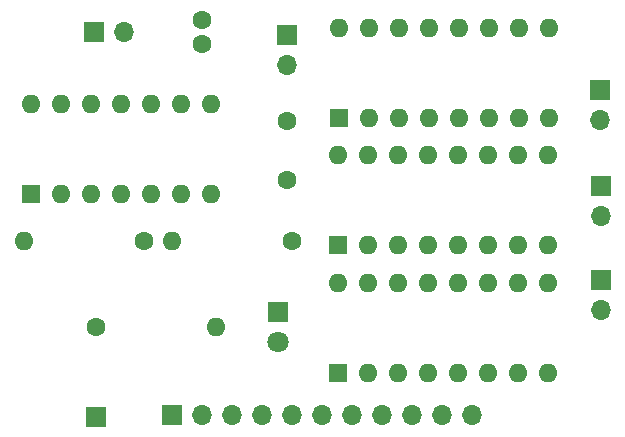
<source format=gbr>
%TF.GenerationSoftware,KiCad,Pcbnew,(5.1.9-0-10_14)*%
%TF.CreationDate,2021-04-28T22:00:07-04:00*%
%TF.ProjectId,CLOCK,434c4f43-4b2e-46b6-9963-61645f706362,rev?*%
%TF.SameCoordinates,Original*%
%TF.FileFunction,Copper,L2,Bot*%
%TF.FilePolarity,Positive*%
%FSLAX46Y46*%
G04 Gerber Fmt 4.6, Leading zero omitted, Abs format (unit mm)*
G04 Created by KiCad (PCBNEW (5.1.9-0-10_14)) date 2021-04-28 22:00:07*
%MOMM*%
%LPD*%
G01*
G04 APERTURE LIST*
%TA.AperFunction,ComponentPad*%
%ADD10O,1.700000X1.700000*%
%TD*%
%TA.AperFunction,ComponentPad*%
%ADD11R,1.700000X1.700000*%
%TD*%
%TA.AperFunction,ComponentPad*%
%ADD12O,1.600000X1.600000*%
%TD*%
%TA.AperFunction,ComponentPad*%
%ADD13C,1.600000*%
%TD*%
%TA.AperFunction,ComponentPad*%
%ADD14C,1.800000*%
%TD*%
%TA.AperFunction,ComponentPad*%
%ADD15R,1.800000X1.800000*%
%TD*%
%TA.AperFunction,ComponentPad*%
%ADD16R,1.600000X1.600000*%
%TD*%
G04 APERTURE END LIST*
D10*
%TO.P,J3,2*%
%TO.N,Net-(D2-Pad2)*%
X198475600Y-64782700D03*
D11*
%TO.P,J3,1*%
%TO.N,Net-(C2-Pad2)*%
X198475600Y-62242700D03*
%TD*%
D12*
%TO.P,R4,2*%
%TO.N,Net-(D2-Pad1)*%
X192532000Y-86956900D03*
D13*
%TO.P,R4,1*%
%TO.N,GND*%
X182372000Y-86956900D03*
%TD*%
D14*
%TO.P,D2,2*%
%TO.N,Net-(D2-Pad2)*%
X197789800Y-88290400D03*
D15*
%TO.P,D2,1*%
%TO.N,Net-(D2-Pad1)*%
X197789800Y-85750400D03*
%TD*%
D10*
%TO.P,J7,2*%
%TO.N,Net-(D2-Pad2)*%
X225056700Y-77597000D03*
D11*
%TO.P,J7,1*%
%TO.N,Net-(J7-Pad1)*%
X225056700Y-75057000D03*
%TD*%
D10*
%TO.P,J6,2*%
%TO.N,Net-(D2-Pad2)*%
X224980500Y-69456300D03*
D11*
%TO.P,J6,1*%
%TO.N,Net-(J6-Pad1)*%
X224980500Y-66916300D03*
%TD*%
D10*
%TO.P,J4,2*%
%TO.N,Net-(D2-Pad2)*%
X225069400Y-85521800D03*
D11*
%TO.P,J4,1*%
%TO.N,Net-(J4-Pad1)*%
X225069400Y-82981800D03*
%TD*%
D12*
%TO.P,U4,16*%
%TO.N,VCC*%
X202857100Y-72453500D03*
%TO.P,U4,8*%
%TO.N,GND*%
X220637100Y-80073500D03*
%TO.P,U4,15*%
X205397100Y-72453500D03*
%TO.P,U4,7*%
%TO.N,Net-(U4-Pad7)*%
X218097100Y-80073500D03*
%TO.P,U4,14*%
%TO.N,Net-(U2-Pad12)*%
X207937100Y-72453500D03*
%TO.P,U4,6*%
%TO.N,N/C*%
X215557100Y-80073500D03*
%TO.P,U4,13*%
%TO.N,GND*%
X210477100Y-72453500D03*
%TO.P,U4,5*%
%TO.N,Net-(U4-Pad5)*%
X213017100Y-80073500D03*
%TO.P,U4,12*%
%TO.N,Net-(U3-Pad14)*%
X213017100Y-72453500D03*
%TO.P,U4,4*%
%TO.N,Net-(U4-Pad4)*%
X210477100Y-80073500D03*
%TO.P,U4,11*%
%TO.N,Net-(U4-Pad11)*%
X215557100Y-72453500D03*
%TO.P,U4,3*%
%TO.N,Net-(U4-Pad3)*%
X207937100Y-80073500D03*
%TO.P,U4,10*%
%TO.N,Net-(J7-Pad1)*%
X218097100Y-72453500D03*
%TO.P,U4,2*%
%TO.N,Net-(U4-Pad2)*%
X205397100Y-80073500D03*
%TO.P,U4,9*%
%TO.N,N/C*%
X220637100Y-72453500D03*
D16*
%TO.P,U4,1*%
%TO.N,Net-(U4-Pad1)*%
X202857100Y-80073500D03*
%TD*%
D12*
%TO.P,U3,16*%
%TO.N,VCC*%
X202857100Y-83273900D03*
%TO.P,U3,8*%
%TO.N,GND*%
X220637100Y-90893900D03*
%TO.P,U3,15*%
X205397100Y-83273900D03*
%TO.P,U3,7*%
%TO.N,Net-(U3-Pad7)*%
X218097100Y-90893900D03*
%TO.P,U3,14*%
%TO.N,Net-(U3-Pad14)*%
X207937100Y-83273900D03*
%TO.P,U3,6*%
%TO.N,N/C*%
X215557100Y-90893900D03*
%TO.P,U3,13*%
%TO.N,GND*%
X210477100Y-83273900D03*
%TO.P,U3,5*%
%TO.N,Net-(U3-Pad5)*%
X213017100Y-90893900D03*
%TO.P,U3,12*%
%TO.N,Net-(U3-Pad12)*%
X213017100Y-83273900D03*
%TO.P,U3,4*%
%TO.N,Net-(U3-Pad4)*%
X210477100Y-90893900D03*
%TO.P,U3,11*%
%TO.N,Net-(U3-Pad11)*%
X215557100Y-83273900D03*
%TO.P,U3,3*%
%TO.N,Net-(U3-Pad3)*%
X207937100Y-90893900D03*
%TO.P,U3,10*%
%TO.N,Net-(J4-Pad1)*%
X218097100Y-83273900D03*
%TO.P,U3,2*%
%TO.N,Net-(U3-Pad2)*%
X205397100Y-90893900D03*
%TO.P,U3,9*%
%TO.N,N/C*%
X220637100Y-83273900D03*
D16*
%TO.P,U3,1*%
%TO.N,Net-(U3-Pad1)*%
X202857100Y-90893900D03*
%TD*%
D12*
%TO.P,U2,16*%
%TO.N,VCC*%
X202882500Y-61683900D03*
%TO.P,U2,8*%
%TO.N,GND*%
X220662500Y-69303900D03*
%TO.P,U2,15*%
X205422500Y-61683900D03*
%TO.P,U2,7*%
%TO.N,Net-(U2-Pad7)*%
X218122500Y-69303900D03*
%TO.P,U2,14*%
%TO.N,Net-(U2-Pad14)*%
X207962500Y-61683900D03*
%TO.P,U2,6*%
%TO.N,N/C*%
X215582500Y-69303900D03*
%TO.P,U2,13*%
%TO.N,GND*%
X210502500Y-61683900D03*
%TO.P,U2,5*%
%TO.N,Net-(U2-Pad5)*%
X213042500Y-69303900D03*
%TO.P,U2,12*%
%TO.N,Net-(U2-Pad12)*%
X213042500Y-61683900D03*
%TO.P,U2,4*%
%TO.N,Net-(U2-Pad4)*%
X210502500Y-69303900D03*
%TO.P,U2,11*%
%TO.N,Net-(U2-Pad11)*%
X215582500Y-61683900D03*
%TO.P,U2,3*%
%TO.N,Net-(U2-Pad3)*%
X207962500Y-69303900D03*
%TO.P,U2,10*%
%TO.N,Net-(J6-Pad1)*%
X218122500Y-61683900D03*
%TO.P,U2,2*%
%TO.N,Net-(U2-Pad2)*%
X205422500Y-69303900D03*
%TO.P,U2,9*%
%TO.N,N/C*%
X220662500Y-61683900D03*
D16*
%TO.P,U2,1*%
%TO.N,Net-(U2-Pad1)*%
X202882500Y-69303900D03*
%TD*%
D10*
%TO.P,J5,11*%
%TO.N,Net-(D2-Pad2)*%
X214210900Y-94437200D03*
%TO.P,J5,10*%
X211670900Y-94437200D03*
%TO.P,J5,9*%
X209130900Y-94437200D03*
%TO.P,J5,8*%
X206590900Y-94437200D03*
%TO.P,J5,7*%
X204050900Y-94437200D03*
%TO.P,J5,6*%
X201510900Y-94437200D03*
%TO.P,J5,5*%
X198970900Y-94437200D03*
%TO.P,J5,4*%
X196430900Y-94437200D03*
%TO.P,J5,3*%
X193890900Y-94437200D03*
%TO.P,J5,2*%
X191350900Y-94437200D03*
D11*
%TO.P,J5,1*%
X188810900Y-94437200D03*
%TD*%
D12*
%TO.P,U1,14*%
%TO.N,VCC*%
X176822100Y-68097400D03*
%TO.P,U1,7*%
%TO.N,GND*%
X192062100Y-75717400D03*
%TO.P,U1,13*%
%TO.N,N/C*%
X179362100Y-68097400D03*
%TO.P,U1,6*%
%TO.N,Net-(C2-Pad1)*%
X189522100Y-75717400D03*
%TO.P,U1,12*%
%TO.N,N/C*%
X181902100Y-68097400D03*
%TO.P,U1,5*%
%TO.N,Net-(R2-Pad1)*%
X186982100Y-75717400D03*
%TO.P,U1,11*%
%TO.N,N/C*%
X184442100Y-68097400D03*
%TO.P,U1,4*%
%TO.N,Net-(R2-Pad1)*%
X184442100Y-75717400D03*
%TO.P,U1,10*%
%TO.N,N/C*%
X186982100Y-68097400D03*
%TO.P,U1,3*%
%TO.N,Net-(R2-Pad1)*%
X181902100Y-75717400D03*
%TO.P,U1,9*%
%TO.N,N/C*%
X189522100Y-68097400D03*
%TO.P,U1,2*%
%TO.N,Net-(R1-Pad2)*%
X179362100Y-75717400D03*
%TO.P,U1,8*%
%TO.N,N/C*%
X192062100Y-68097400D03*
D16*
%TO.P,U1,1*%
%TO.N,/HALT*%
X176822100Y-75717400D03*
%TD*%
D12*
%TO.P,R2,2*%
%TO.N,Net-(C2-Pad2)*%
X188798200Y-79705200D03*
D13*
%TO.P,R2,1*%
%TO.N,Net-(R2-Pad1)*%
X198958200Y-79705200D03*
%TD*%
D12*
%TO.P,R1,2*%
%TO.N,Net-(R1-Pad2)*%
X176276000Y-79705200D03*
D13*
%TO.P,R1,1*%
%TO.N,Net-(C2-Pad2)*%
X186436000Y-79705200D03*
%TD*%
D10*
%TO.P,J2,2*%
%TO.N,GND*%
X184734200Y-61963300D03*
D11*
%TO.P,J2,1*%
%TO.N,VCC*%
X182194200Y-61963300D03*
%TD*%
%TO.P,J1,1*%
%TO.N,/HALT*%
X182372000Y-94564200D03*
%TD*%
D13*
%TO.P,C2,2*%
%TO.N,Net-(C2-Pad2)*%
X198551800Y-74545200D03*
%TO.P,C2,1*%
%TO.N,Net-(C2-Pad1)*%
X198551800Y-69545200D03*
%TD*%
%TO.P,C1,2*%
%TO.N,GND*%
X191350900Y-60992000D03*
%TO.P,C1,1*%
%TO.N,VCC*%
X191350900Y-62992000D03*
%TD*%
M02*

</source>
